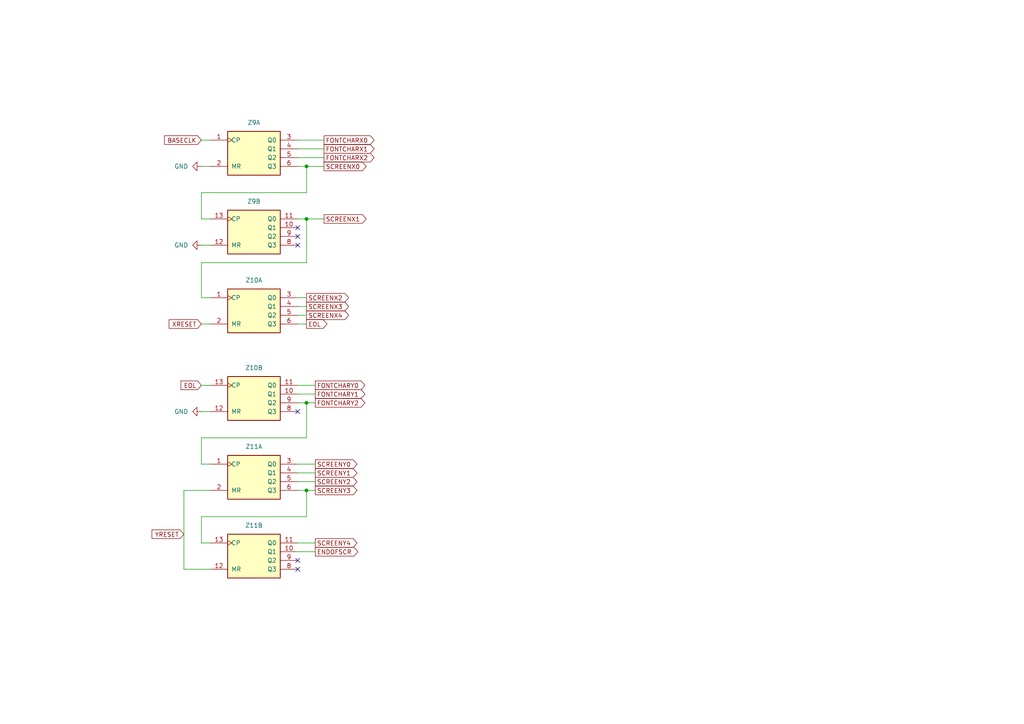
<source format=kicad_sch>
(kicad_sch (version 20211123) (generator eeschema)
  (paper "A4")
  (title_block (title "ACE2NOKB") (date "2019-09-17") (rev "Beta") (company "Ontobus") (comment 1 "John Bradley") (comment 2 "https://creativecommons.org/licenses/by-nc-sa/4.0/") (comment 3 "Attribution-NonCommercial-ShareAlike 4.0 International License.") (comment 4 "This work is licensed under a Creative Commons "))
  (lib_symbols
    (symbol "74xx:74LS393" (pin_names (offset 1.016))
      (property "Reference" "U" (at -7.62 8.89 0))
      (property "Value" "74LS393" (at -7.62 -8.89 0))
      (symbol "74LS393_1_0"
        (pin input clock (at -12.7 2.54 0) (length 5.08) (name "CP") (number "1"))
        (pin input line (at -12.7 -5.08 0) (length 5.08) (name "MR") (number "2"))
        (pin output line (at 12.7 2.54 180) (length 5.08) (name "Q0") (number "3"))
        (pin output line (at 12.7 0 180) (length 5.08) (name "Q1") (number "4"))
        (pin output line (at 12.7 -2.54 180) (length 5.08) (name "Q2") (number "5"))
        (pin output line (at 12.7 -5.08 180) (length 5.08) (name "Q3") (number "6"))
      )
      (symbol "74LS393_1_1"
        (rectangle (start -7.62 5.08) (end 7.62 -7.62) (stroke (width 0.254)) (fill (type background)))
      )
      (symbol "74LS393_2_0"
        (pin output line (at 12.7 0 180) (length 5.08) (name "Q1") (number "10"))
        (pin output line (at 12.7 2.54 180) (length 5.08) (name "Q0") (number "11"))
        (pin input line (at -12.7 -5.08 0) (length 5.08) (name "MR") (number "12"))
        (pin input clock (at -12.7 2.54 0) (length 5.08) (name "CP") (number "13"))
        (pin output line (at 12.7 -5.08 180) (length 5.08) (name "Q3") (number "8"))
        (pin output line (at 12.7 -2.54 180) (length 5.08) (name "Q2") (number "9"))
      )
      (symbol "74LS393_2_1"
        (rectangle (start -7.62 5.08) (end 7.62 -7.62) (stroke (width 0.254)) (fill (type background)))
      )
      (symbol "74LS393_3_0"
        (pin power_in line (at 0 12.7 270) (length 5.08) (name "VCC") (number "14"))
        (pin power_in line (at 0 -12.7 90) (length 5.08) (name "GND") (number "7"))
      )
      (symbol "74LS393_3_1"
        (rectangle (start -5.08 7.62) (end 5.08 -7.62) (stroke (width 0.254)) (fill (type background)))
      )
    )
    (symbol "power:GND" (power) (pin_names (offset 0))
      (property "Value" "GND" (at 0 -3.81 0))
      (symbol "GND_0_1"
        (polyline (pts (xy 0 0) (xy 0 -1.27) (xy 1.27 -1.27) (xy 0 -2.54) (xy -1.27 -1.27) (xy 0 -1.27)))
      )
      (symbol "GND_1_1"
        (pin power_in line (at 0 0 270) (length 0) hide (name "GND") (number "1"))
      )
    )
  )
  (junction (at 88.9 142.24))
  (junction (at 88.9 63.5))
  (junction (at 88.9 116.84))
  (junction (at 88.9 48.26))
  (no_connect (at 86.36 71.12))
  (no_connect (at 86.36 119.38))
  (no_connect (at 86.36 66.04))
  (no_connect (at 86.36 68.58))
  (no_connect (at 86.36 165.1))
  (no_connect (at 86.36 162.56))
  (wire (pts (xy 88.9 116.84) (xy 88.9 127)))
  (wire (pts (xy 88.9 127) (xy 58.42 127)))
  (wire (pts (xy 86.36 160.02) (xy 91.44 160.02)))
  (wire (pts (xy 53.34 142.24) (xy 53.34 165.1)))
  (wire (pts (xy 88.9 142.24) (xy 88.9 149.86)))
  (wire (pts (xy 86.36 114.3) (xy 91.44 114.3)))
  (wire (pts (xy 60.96 142.24) (xy 53.34 142.24)))
  (wire (pts (xy 58.42 93.98) (xy 60.96 93.98)))
  (wire (pts (xy 60.96 71.12) (xy 58.42 71.12)))
  (wire (pts (xy 58.42 111.76) (xy 60.96 111.76)))
  (wire (pts (xy 58.42 149.86) (xy 58.42 157.48)))
  (wire (pts (xy 86.36 40.64) (xy 93.98 40.64)))
  (wire (pts (xy 86.36 93.98) (xy 88.9 93.98)))
  (wire (pts (xy 86.36 48.26) (xy 88.9 48.26)))
  (wire (pts (xy 86.36 91.44) (xy 88.9 91.44)))
  (wire (pts (xy 88.9 76.2) (xy 58.42 76.2)))
  (wire (pts (xy 53.34 165.1) (xy 60.96 165.1)))
  (wire (pts (xy 58.42 157.48) (xy 60.96 157.48)))
  (wire (pts (xy 86.36 134.62) (xy 91.44 134.62)))
  (wire (pts (xy 58.42 134.62) (xy 60.96 134.62)))
  (wire (pts (xy 88.9 55.88) (xy 58.42 55.88)))
  (wire (pts (xy 86.36 116.84) (xy 88.9 116.84)))
  (wire (pts (xy 86.36 111.76) (xy 91.44 111.76)))
  (wire (pts (xy 88.9 149.86) (xy 58.42 149.86)))
  (wire (pts (xy 58.42 86.36) (xy 60.96 86.36)))
  (wire (pts (xy 88.9 116.84) (xy 91.44 116.84)))
  (wire (pts (xy 58.42 76.2) (xy 58.42 86.36)))
  (wire (pts (xy 58.42 63.5) (xy 60.96 63.5)))
  (wire (pts (xy 88.9 48.26) (xy 88.9 55.88)))
  (wire (pts (xy 86.36 157.48) (xy 91.44 157.48)))
  (wire (pts (xy 86.36 139.7) (xy 91.44 139.7)))
  (wire (pts (xy 88.9 63.5) (xy 93.98 63.5)))
  (wire (pts (xy 86.36 43.18) (xy 93.98 43.18)))
  (wire (pts (xy 58.42 40.64) (xy 60.96 40.64)))
  (wire (pts (xy 86.36 86.36) (xy 88.9 86.36)))
  (wire (pts (xy 88.9 48.26) (xy 93.98 48.26)))
  (wire (pts (xy 86.36 63.5) (xy 88.9 63.5)))
  (wire (pts (xy 60.96 119.38) (xy 58.42 119.38)))
  (wire (pts (xy 86.36 88.9) (xy 88.9 88.9)))
  (wire (pts (xy 88.9 63.5) (xy 88.9 76.2)))
  (wire (pts (xy 60.96 48.26) (xy 58.42 48.26)))
  (wire (pts (xy 58.42 127) (xy 58.42 134.62)))
  (wire (pts (xy 86.36 137.16) (xy 91.44 137.16)))
  (wire (pts (xy 86.36 142.24) (xy 88.9 142.24)))
  (wire (pts (xy 58.42 55.88) (xy 58.42 63.5)))
  (wire (pts (xy 88.9 142.24) (xy 91.44 142.24)))
  (wire (pts (xy 86.36 45.72) (xy 93.98 45.72)))
  (global_label "FONTCHARY1" (shape output) (at 91.44 114.3 0) (property "Intersheet References" "${INTERSHEET_REFS}" (at 105.7385 114.2206 0) (effects (justify left))))
  (global_label "SCREENY2" (shape output) (at 91.44 139.7 0) (property "Intersheet References" "${INTERSHEET_REFS}" (at 103.4404 139.6206 0) (effects (justify left))))
  (global_label "YRESET" (shape input) (at 53.34 154.94 180) (property "Intersheet References" "${INTERSHEET_REFS}" (at 44.182 154.8606 0) (effects (justify right))))
  (global_label "SCREENY0" (shape output) (at 91.44 134.62 0) (property "Intersheet References" "${INTERSHEET_REFS}" (at 103.4404 134.5406 0) (effects (justify left))))
  (global_label "FONTCHARX0" (shape output) (at 93.98 40.64 0) (property "Intersheet References" "${INTERSHEET_REFS}" (at 108.3994 40.5606 0) (effects (justify left))))
  (global_label "FONTCHARY0" (shape output) (at 91.44 111.76 0) (property "Intersheet References" "${INTERSHEET_REFS}" (at 105.7385 111.6806 0) (effects (justify left))))
  (global_label "SCREENY3" (shape output) (at 91.44 142.24 0) (property "Intersheet References" "${INTERSHEET_REFS}" (at 103.4404 142.1606 0) (effects (justify left))))
  (global_label "BASECLK" (shape input) (at 58.42 40.64 180) (property "Intersheet References" "${INTERSHEET_REFS}" (at 47.8106 40.5606 0) (effects (justify right))))
  (global_label "FONTCHARY2" (shape output) (at 91.44 116.84 0) (property "Intersheet References" "${INTERSHEET_REFS}" (at 105.7385 116.7606 0) (effects (justify left))))
  (global_label "XRESET" (shape input) (at 58.42 93.98 180) (property "Intersheet References" "${INTERSHEET_REFS}" (at 49.141 93.9006 0) (effects (justify right))))
  (global_label "FONTCHARX1" (shape output) (at 93.98 43.18 0) (property "Intersheet References" "${INTERSHEET_REFS}" (at 108.3994 43.1006 0) (effects (justify left))))
  (global_label "SCREENY1" (shape output) (at 91.44 137.16 0) (property "Intersheet References" "${INTERSHEET_REFS}" (at 103.4404 137.0806 0) (effects (justify left))))
  (global_label "SCREENY4" (shape output) (at 91.44 157.48 0) (property "Intersheet References" "${INTERSHEET_REFS}" (at 103.4404 157.4006 0) (effects (justify left))))
  (global_label "SCREENX0" (shape output) (at 93.98 48.26 0) (property "Intersheet References" "${INTERSHEET_REFS}" (at 106.1013 48.1806 0) (effects (justify left))))
  (global_label "EOL" (shape input) (at 58.42 111.76 180) (property "Intersheet References" "${INTERSHEET_REFS}" (at 52.5882 111.6806 0) (effects (justify right))))
  (global_label "SCREENX1" (shape output) (at 93.98 63.5 0) (property "Intersheet References" "${INTERSHEET_REFS}" (at 106.1013 63.4206 0) (effects (justify left))))
  (global_label "EOL" (shape output) (at 88.9 93.98 0) (property "Intersheet References" "${INTERSHEET_REFS}" (at 94.7318 93.9006 0) (effects (justify left))))
  (global_label "SCREENX2" (shape output) (at 88.9 86.36 0) (property "Intersheet References" "${INTERSHEET_REFS}" (at 101.0213 86.2806 0) (effects (justify left))))
  (global_label "FONTCHARX2" (shape output) (at 93.98 45.72 0) (property "Intersheet References" "${INTERSHEET_REFS}" (at 108.3994 45.6406 0) (effects (justify left))))
  (global_label "ENDOFSCR" (shape output) (at 91.44 160.02 0) (property "Intersheet References" "${INTERSHEET_REFS}" (at 103.6823 159.9406 0) (effects (justify left))))
  (global_label "SCREENX4" (shape output) (at 88.9 91.44 0) (property "Intersheet References" "${INTERSHEET_REFS}" (at 101.0213 91.3606 0) (effects (justify left))))
  (global_label "SCREENX3" (shape output) (at 88.9 88.9 0) (property "Intersheet References" "${INTERSHEET_REFS}" (at 101.0213 88.8206 0) (effects (justify left))))
  (symbol (lib_id "74xx:74LS393") (at 73.66 88.9 0) (unit 1)
    (property "Reference" "Z10" (at 73.66 81.28 0))
    (property "Value" "CD74HCT393E" (effects hide))
    (property "Footprint" "Package_DIP:DIP-14_W7.62mm" (effects hide))
    (property "Datasheet" "74xx\\74LS393.pdf" (effects hide))
    (property "Manufacturer_Name" "Texas Instruments" (effects hide))
    (property "Manufacturer_Part_Number" "CD74HCT393E" (effects hide))
  )
  (symbol (lib_id "power:GND") (at 58.42 71.12 270) (unit 1)
    (property "Reference" "#~SUPPLY014" (effects hide))
    (property "Value" "GND" (at 54.61 71.1199 90) (effects (justify right)))
  )
  (symbol (lib_id "74xx:74LS393") (at 73.66 137.16 0) (unit 1)
    (property "Reference" "Z11" (at 73.66 129.54 0))
    (property "Value" "CD74HCT393E" (effects hide))
    (property "Footprint" "Package_DIP:DIP-14_W7.62mm" (effects hide))
    (property "Datasheet" "74xx\\74LS393.pdf" (effects hide))
    (property "Manufacturer_Name" "Texas Instruments" (effects hide))
    (property "Manufacturer_Part_Number" "CD74HCT393E" (effects hide))
  )
  (symbol (lib_id "power:GND") (at 58.42 48.26 270) (unit 1)
    (property "Reference" "#~SUPPLY013" (effects hide))
    (property "Value" "GND" (at 54.61 48.2599 90) (effects (justify right)))
  )
  (symbol (lib_id "74xx:74LS393") (at 73.66 114.3 0) (unit 2)
    (property "Reference" "Z10" (at 73.66 106.68 0))
    (property "Value" "CD74HCT393E" (effects hide))
    (property "Footprint" "Package_DIP:DIP-14_W7.62mm" (effects hide))
    (property "Datasheet" "74xx\\74LS393.pdf" (effects hide))
    (property "Manufacturer_Name" "Texas Instruments" (effects hide))
    (property "Manufacturer_Part_Number" "CD74HCT393E" (effects hide))
  )
  (symbol (lib_id "74xx:74LS393") (at 73.66 43.18 0) (unit 1)
    (property "Reference" "Z9" (at 73.66 35.56 0))
    (property "Value" "CD74HCT393E" (effects hide))
    (property "Footprint" "Package_DIP:DIP-14_W7.62mm" (effects hide))
    (property "Datasheet" "74xx\\74LS393.pdf" (effects hide))
    (property "Manufacturer_Name" "Texas Instruments" (effects hide))
    (property "Manufacturer_Part_Number" "CD74HCT393E" (effects hide))
  )
  (symbol (lib_id "74xx:74LS393") (at 73.66 66.04 0) (unit 2)
    (property "Reference" "Z9" (at 73.66 58.42 0))
    (property "Value" "CD74HCT393E" (effects hide))
    (property "Footprint" "Package_DIP:DIP-14_W7.62mm" (effects hide))
    (property "Datasheet" "74xx\\74LS393.pdf" (effects hide))
    (property "Manufacturer_Name" "Texas Instruments" (effects hide))
    (property "Manufacturer_Part_Number" "CD74HCT393E" (effects hide))
  )
  (symbol (lib_id "74xx:74LS393") (at 73.66 160.02 0) (unit 2)
    (property "Reference" "Z11" (at 73.66 152.4 0))
    (property "Value" "CD74HCT393E" (effects hide))
    (property "Footprint" "Package_DIP:DIP-14_W7.62mm" (effects hide))
    (property "Datasheet" "74xx\\74LS393.pdf" (effects hide))
    (property "Manufacturer_Name" "Texas Instruments" (effects hide))
    (property "Manufacturer_Part_Number" "CD74HCT393E" (effects hide))
  )
  (symbol (lib_id "power:GND") (at 58.42 119.38 270) (unit 1)
    (property "Reference" "#~SUPPLY015" (effects hide))
    (property "Value" "GND" (at 54.61 119.3799 90) (effects (justify right)))
  )
)
</source>
